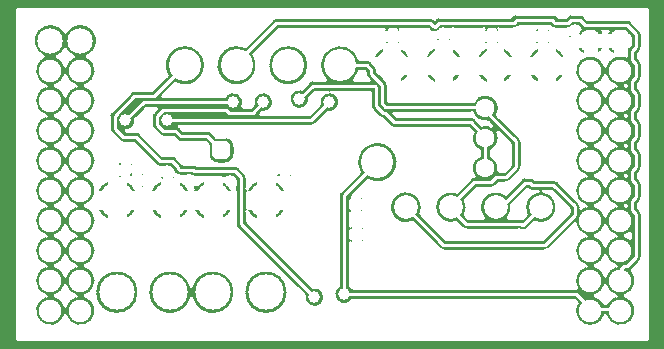
<source format=gbr>
G04 Generated by Ultiboard 13.0 *
%IPNEG*%
%FSLAX25Y25*%
%MOIN*%

%ADD10C,0.00001*%
%ADD11C,0.01000*%
%ADD12C,0.10700*%
%ADD13C,0.07500*%
%ADD14C,0.08500*%
%ADD15C,0.11811*%
%ADD16C,0.03937*%
%ADD17C,0.07874*%
%ADD18R,0.02667X0.02667*%
%ADD19C,0.03333*%
%ADD20C,0.06334*%
%ADD21C,0.06299*%


G04 ColorRGB 0000FF for the following layer *
%LNCopper Bottom*%
%LPD*%
G54D10*
G36*
X214000Y265000D02*
X214000Y265000D01*
X214000Y155000D01*
X424000Y155000D01*
X424000Y265000D01*
X214000Y265000D01*
D02*
G37*
%LPC*%
G36*
X408243Y256230D02*
X408243Y256230D01*
X406230Y256230D01*
X406230Y257740D01*
X403770Y257740D01*
X403770Y256230D01*
X402983Y256230D01*
G74*
D01*
G02X401230Y254757I2982J1770*
G01*
X401230Y254757D01*
X401230Y256362D01*
X400091Y256362D01*
G74*
D01*
G02X400311Y256860I4906J1870*
G01*
G75*
D01*
G02X401177Y258098I-311J1139*
G01*
G74*
D01*
G02X401580Y258483I3822J3598*
G01*
X401580Y258483D01*
X400604Y259459D01*
X399396Y259459D01*
X398987Y259050D01*
G74*
D01*
G02X398282Y258592I1423J1419*
G01*
G75*
D01*
G02X397560Y258459I-719J1876*
G01*
X397560Y258459D01*
X392969Y258459D01*
G75*
D01*
G02X392419Y258535I-3J2010*
G01*
G74*
D01*
G02X391547Y259047I549J1934*
G01*
X391547Y259047D01*
X391136Y259459D01*
X381428Y259459D01*
X381019Y259050D01*
G74*
D01*
G02X380059Y258513I1423J1418*
G01*
G75*
D01*
G02X379594Y258459I-463J1956*
G01*
X379594Y258459D01*
X374446Y258459D01*
G74*
D01*
G02X375243Y257230I2446J2459*
G01*
X375243Y257230D01*
X373230Y257230D01*
X373230Y258459D01*
X370770Y258459D01*
X370770Y257230D01*
X368757Y257230D01*
G74*
D01*
G02X369554Y258459I3243J1230*
G01*
X369554Y258459D01*
X359147Y258459D01*
G74*
D01*
G02X359243Y258230I3148J1454*
G01*
X359243Y258230D01*
X357230Y258230D01*
X357230Y258459D01*
X355396Y258459D01*
X354594Y257657D01*
G75*
D01*
G02X352400Y257222I-1422J1420*
G01*
X352400Y257222D01*
X351764Y257486D01*
G74*
D01*
G02X351110Y257922I766J1857*
G01*
X351110Y257922D01*
X350792Y258240D01*
X341648Y258240D01*
G74*
D01*
G02X342243Y257230I2648J2240*
G01*
X342243Y257230D01*
X340230Y257230D01*
X340230Y258240D01*
X337770Y258240D01*
X337770Y257230D01*
X335757Y257230D01*
G74*
D01*
G02X336352Y258240I3243J1230*
G01*
X336352Y258240D01*
X301082Y258240D01*
X296580Y253738D01*
X296580Y253738D01*
X292827Y249985D01*
G75*
D01*
G02X289747Y252589I-5766J-3696*
G01*
X289747Y252589D01*
X298829Y261671D01*
G74*
D01*
G02X299534Y262128I1421J1420*
G01*
G75*
D01*
G02X300250Y262260I716J-1877*
G01*
X300250Y262260D01*
X351625Y262260D01*
G74*
D01*
G02X352984Y261731I0J2010*
G01*
X352984Y261731D01*
X353142Y261890D01*
G74*
D01*
G02X353668Y262268I1420J1421*
G01*
G75*
D01*
G02X354563Y262478I894J-1799*
G01*
X354563Y262478D01*
X378358Y262478D01*
G75*
D01*
G02X380096Y263478I1737J-1009*
G01*
X380096Y263478D01*
X392469Y263478D01*
G74*
D01*
G02X394206Y262478I0J2009*
G01*
X394206Y262478D01*
X396731Y262478D01*
X397142Y262890D01*
G74*
D01*
G02X398404Y263472I1420J1421*
G01*
G75*
D01*
G02X398563Y263478I155J-2003*
G01*
X398563Y263478D01*
X401434Y263478D01*
G75*
D01*
G02X402161Y263343I3J-2009*
G01*
G74*
D01*
G02X402860Y262887I724J1873*
G01*
X402860Y262887D01*
X403988Y261760D01*
X417173Y261760D01*
G75*
D01*
G02X417580Y261718I-2J-2010*
G01*
G74*
D01*
G02X418598Y261169I404J1968*
G01*
X418598Y261169D01*
X421669Y258098D01*
G74*
D01*
G02X422260Y256675I1418J1423*
G01*
X422260Y256675D01*
X422260Y252325D01*
G75*
D01*
G02X421669Y250902I-2010J1*
G01*
X421669Y250902D01*
X420847Y250080D01*
X420847Y248920D01*
X421668Y248099D01*
G74*
D01*
G02X422260Y246675I1417J1424*
G01*
X422260Y246675D01*
X422260Y242325D01*
G75*
D01*
G02X421669Y240902I-2010J1*
G01*
X421669Y240902D01*
X420847Y240080D01*
X420847Y238920D01*
X421668Y238099D01*
G74*
D01*
G02X422260Y236675I1417J1424*
G01*
X422260Y236675D01*
X422260Y232325D01*
G75*
D01*
G02X421669Y230902I-2010J1*
G01*
X421669Y230902D01*
X420847Y230080D01*
X420847Y228920D01*
X421668Y228099D01*
G74*
D01*
G02X422260Y226675I1417J1424*
G01*
X422260Y226675D01*
X422260Y222325D01*
G75*
D01*
G02X421669Y220902I-2010J1*
G01*
X421669Y220902D01*
X420847Y220080D01*
X420847Y218920D01*
X421668Y218099D01*
G74*
D01*
G02X422260Y216675I1417J1424*
G01*
X422260Y216675D01*
X422260Y212325D01*
G75*
D01*
G02X421669Y210902I-2010J1*
G01*
X421669Y210902D01*
X420847Y210080D01*
X420847Y208920D01*
X421668Y208099D01*
G74*
D01*
G02X422260Y206675I1417J1424*
G01*
X422260Y206675D01*
X422260Y202325D01*
G75*
D01*
G02X421669Y200902I-2010J1*
G01*
X421669Y200902D01*
X420847Y200080D01*
X420847Y198920D01*
X421668Y198099D01*
G74*
D01*
G02X422260Y196675I1417J1424*
G01*
X422260Y196675D01*
X422260Y182325D01*
G75*
D01*
G02X421669Y180902I-2010J1*
G01*
X421669Y180902D01*
X418843Y178077D01*
G75*
D01*
G02X416601Y169500I-3843J-3577*
G01*
G75*
D01*
G02X410000Y162899I-1601J-5000*
G01*
G75*
D01*
G02X400392Y167016I-5000J1602*
G01*
X400392Y167016D01*
X399418Y167990D01*
X325827Y167990D01*
G75*
D01*
G02X320990Y172827I-2824J2013*
G01*
X320990Y172827D01*
X320990Y202995D01*
G75*
D01*
G02X321579Y204421I2010J4*
G01*
X321579Y204421D01*
X327948Y210791D01*
G75*
D01*
G02X330791Y207948I6052J3209*
G01*
X330791Y207948D01*
X325553Y202710D01*
X325553Y201230D01*
X325010Y201230D01*
X325010Y198770D01*
X325553Y198770D01*
X325553Y196757D01*
G74*
D01*
G02X325010Y197019I1230J3243*
G01*
X325010Y197019D01*
X325010Y192818D01*
G74*
D01*
G02X325803Y193243I2021J2818*
G01*
X325803Y193243D01*
X325803Y191230D01*
X325010Y191230D01*
X325010Y188770D01*
X325803Y188770D01*
X325803Y186757D01*
G74*
D01*
G02X325010Y187182I1228J3243*
G01*
X325010Y187182D01*
X325010Y172827D01*
G74*
D01*
G02X325827Y172010I2009J2826*
G01*
X325827Y172010D01*
X400248Y172010D01*
G75*
D01*
G02X400381Y172005I-9J-2010*
G01*
G75*
D01*
G02X403399Y179500I4618J2496*
G01*
G75*
D01*
G02X403399Y189500I1601J5000*
G01*
G74*
D01*
G02X399818Y193658I1601J5000*
G01*
X399818Y193658D01*
X391273Y185113D01*
G74*
D01*
G02X389849Y184522I1423J1418*
G01*
X389849Y184522D01*
X355932Y184522D01*
G75*
D01*
G02X354508Y185110I-4J2009*
G01*
X354508Y185110D01*
X345651Y193967D01*
G75*
D01*
G02X348493Y196809I-2151J4993*
G01*
X348493Y196809D01*
X356762Y188541D01*
X389017Y188541D01*
X397740Y197265D01*
X397740Y198452D01*
X391869Y204323D01*
X389396Y204323D01*
G75*
D01*
G02X386349Y193967I-904J-5360*
G01*
X386349Y193967D01*
X384012Y191631D01*
G75*
D01*
G02X381818Y191197I-1421J1420*
G01*
X381818Y191197D01*
X381566Y191301D01*
G74*
D01*
G02X381178Y191514I767J1858*
G01*
X381178Y191514D01*
X363476Y191514D01*
G75*
D01*
G02X363036Y191563I1J2010*
G01*
G74*
D01*
G02X362055Y192103I440J1960*
G01*
X362055Y192103D01*
X360320Y193837D01*
G75*
D01*
G02X360262Y204104I-1820J5123*
G01*
X360262Y204104D01*
X364929Y208771D01*
G74*
D01*
G02X365950Y209320I1421J1420*
G01*
G74*
D01*
G02X366141Y209349I397J1970*
G01*
G75*
D01*
G02X367990Y216211I3819J2651*
G01*
X367990Y216211D01*
X367990Y217788D01*
G75*
D01*
G02X365736Y223942I1971J4212*
G01*
X365736Y223942D01*
X364337Y225341D01*
X339654Y225341D01*
G75*
D01*
G02X339327Y225367I-5J2009*
G01*
G74*
D01*
G02X338232Y225929I326J1982*
G01*
X338232Y225929D01*
X335633Y228529D01*
G74*
D01*
G02X335047Y228667I162J2001*
G01*
G74*
D01*
G02X334376Y229110I749J1864*
G01*
X334376Y229110D01*
X332110Y231376D01*
G75*
D01*
G02X331522Y232801I1421J1420*
G01*
X331522Y232801D01*
X331522Y237428D01*
X318528Y237428D01*
G75*
D01*
G02X317422Y230580I-553J-3424*
G01*
X317422Y230580D01*
X313737Y226895D01*
X313329Y226487D01*
G74*
D01*
G02X311906Y225896I1423J1418*
G01*
X311906Y225896D01*
X268029Y225896D01*
G74*
D01*
G02X268070Y225856I1383J1459*
G01*
X268070Y225856D01*
X269249Y224677D01*
X277330Y224677D01*
G75*
D01*
G02X278059Y224541I2J-2010*
G01*
G74*
D01*
G02X278756Y224086I726J1873*
G01*
X278756Y224086D01*
X280343Y222499D01*
G75*
D01*
G02X280667Y222515I319J-3166*
G01*
X280667Y222515D01*
X283334Y222515D01*
G74*
D01*
G02X286515Y219333I1J3182*
G01*
X286515Y219333D01*
X286515Y216667D01*
G75*
D01*
G02X283334Y213485I-3181J-1*
G01*
X283334Y213485D01*
X280667Y213485D01*
G75*
D01*
G02X277485Y216667I0J3182*
G01*
X277485Y216667D01*
X277485Y219333D01*
G74*
D01*
G02X277501Y219657I3182J5*
G01*
X277501Y219657D01*
X276501Y220657D01*
X268417Y220657D01*
G75*
D01*
G02X267922Y220719I0J2010*
G01*
G74*
D01*
G02X266995Y221246I494J1947*
G01*
X266995Y221246D01*
X265814Y222427D01*
X262563Y222427D01*
G75*
D01*
G02X262261Y222450I1J2010*
G01*
G74*
D01*
G02X261142Y223016I302J1986*
G01*
X261142Y223016D01*
X259110Y225048D01*
G75*
D01*
G02X258522Y226474I1421J1420*
G01*
X258522Y226474D01*
X258522Y229339D01*
G75*
D01*
G02X259110Y230763I2009J4*
G01*
X259110Y230763D01*
X260337Y231990D01*
X256927Y231990D01*
X253420Y228483D01*
G75*
D01*
G02X250259Y224447I-3420J-578*
G01*
X250259Y224447D01*
X253469Y224447D01*
G74*
D01*
G02X254892Y223856I1J2010*
G01*
X254892Y223856D01*
X262269Y216478D01*
X265437Y216478D01*
G74*
D01*
G02X266860Y215887I0J2009*
G01*
X266860Y215887D01*
X268887Y213860D01*
G74*
D01*
G02X269187Y213478I1418J1422*
G01*
X269187Y213478D01*
X272437Y213478D01*
G74*
D01*
G02X273631Y213084I1J2009*
G01*
X273631Y213084D01*
X286437Y213084D01*
G74*
D01*
G02X287860Y212493I0J2009*
G01*
X287860Y212493D01*
X289887Y210466D01*
G74*
D01*
G02X290478Y209043I1417J1423*
G01*
X290478Y209043D01*
X290478Y205114D01*
G74*
D01*
G02X294232Y208279I6380J3759*
G01*
X294232Y208279D01*
X294232Y203980D01*
X290478Y203980D01*
X290478Y198728D01*
X294232Y198728D01*
X294232Y194430D01*
G74*
D01*
G02X290478Y197595I2626J6924*
G01*
X290478Y197595D01*
X290478Y194364D01*
X312422Y172420D01*
G75*
D01*
G02X309580Y169578I578J-3420*
G01*
X309580Y169578D01*
X287047Y192110D01*
G75*
D01*
G02X286459Y193535I1422J1421*
G01*
X286459Y193535D01*
X286459Y204460D01*
G74*
D01*
G02X286230Y204363I1466J3142*
G01*
X286230Y204363D01*
X286230Y206376D01*
X286459Y206376D01*
X286459Y208211D01*
X285604Y209065D01*
X283770Y209065D01*
X283770Y208836D01*
X281757Y208836D01*
G74*
D01*
G02X281853Y209065I3244J1225*
G01*
X281853Y209065D01*
X272832Y209065D01*
G75*
D01*
G02X271636Y209459I-1J2010*
G01*
X271636Y209459D01*
X269770Y209459D01*
X269770Y209230D01*
X267757Y209230D01*
G74*
D01*
G02X267854Y209461I3244J1226*
G01*
G74*
D01*
G02X267179Y209614I100J2008*
G01*
G74*
D01*
G02X265230Y207757I3179J1385*
G01*
X265230Y207757D01*
X265230Y209770D01*
X266878Y209770D01*
G74*
D01*
G02X266532Y210047I1076J1698*
G01*
X266532Y210047D01*
X266047Y210532D01*
G74*
D01*
G02X265496Y211567I1421J1420*
G01*
X265496Y211567D01*
X264604Y212459D01*
X262770Y212459D01*
X262770Y212230D01*
X260757Y212230D01*
G74*
D01*
G02X260890Y212535I3242J1232*
G01*
G74*
D01*
G02X260016Y213047I546J1933*
G01*
X260016Y213047D01*
X252636Y220427D01*
X249264Y220427D01*
G75*
D01*
G02X247841Y221016I-1J2010*
G01*
X247841Y221016D01*
X245110Y223746D01*
G75*
D01*
G02X244522Y225170I1421J1420*
G01*
X244522Y225170D01*
X244522Y229493D01*
G75*
D01*
G02X245110Y230919I2009J6*
G01*
X245110Y230919D01*
X251613Y237421D01*
G74*
D01*
G02X252486Y237933I1420J1421*
G01*
G75*
D01*
G02X253034Y238010I551J-1932*
G01*
X253034Y238010D01*
X258704Y238010D01*
X263772Y243078D01*
G75*
D01*
G02X266615Y240236I6051J3210*
G01*
X266615Y240236D01*
X262388Y236010D01*
X283126Y236010D01*
G75*
D01*
G02X289100Y232541I2831J-2003*
G01*
X289100Y232541D01*
X291699Y232541D01*
X292580Y233422D01*
G75*
D01*
G02X295422Y230580I3420J578*
G01*
X295422Y230580D01*
X294757Y229915D01*
X311073Y229915D01*
X314580Y233422D01*
G75*
D01*
G02X317472Y237428I3419J578*
G01*
X317472Y237428D01*
X313270Y237428D01*
X311420Y235578D01*
G75*
D01*
G02X308578Y238420I-3420J-578*
G01*
X308578Y238420D01*
X311017Y240859D01*
G74*
D01*
G02X311773Y241334I1420J1421*
G01*
G75*
D01*
G02X312438Y241447I664J-1896*
G01*
X312438Y241447D01*
X316688Y241447D01*
G75*
D01*
G02X328084Y248297I4848J4840*
G01*
X328084Y248297D01*
X330503Y248297D01*
G74*
D01*
G02X331928Y247705I1J2009*
G01*
X331928Y247705D01*
X333340Y246294D01*
G74*
D01*
G02X333932Y244869I1418J1425*
G01*
X333932Y244869D01*
X333932Y244283D01*
X334356Y243859D01*
X336343Y243859D01*
X336343Y241872D01*
X336950Y241264D01*
G74*
D01*
G02X337541Y239841I1418J1423*
G01*
X337541Y239841D01*
X337541Y234541D01*
X366067Y234541D01*
G75*
D01*
G02X374052Y229790I3904J-2525*
G01*
X374052Y229790D01*
X381515Y222327D01*
G74*
D01*
G02X382106Y220904I1418J1423*
G01*
X382106Y220904D01*
X382106Y212361D01*
G75*
D01*
G02X381515Y210938I-2010J1*
G01*
X381515Y210938D01*
X378321Y207744D01*
G74*
D01*
G02X377075Y207161I1423J1418*
G01*
G75*
D01*
G02X376896Y207153I-179J2001*
G01*
X376896Y207153D01*
X374532Y207153D01*
X373310Y205932D01*
G74*
D01*
G02X372719Y205521I1423J1416*
G01*
G75*
D01*
G02X371883Y205341I-831J1829*
G01*
X371883Y205341D01*
X367183Y205341D01*
X363319Y201477D01*
G75*
D01*
G02X363346Y196496I-4818J-2517*
G01*
X363346Y196496D01*
X364309Y195533D01*
X369279Y195533D01*
G75*
D01*
G02X376591Y203433I4221J3427*
G01*
X376591Y203433D01*
X381740Y208582D01*
G74*
D01*
G02X382600Y209092I1423J1419*
G01*
G75*
D01*
G02X383165Y209173I565J-1928*
G01*
X383165Y209173D01*
X384819Y209173D01*
G75*
D01*
G02X386244Y208584I3J-2010*
G01*
X386244Y208584D01*
X386485Y208343D01*
X392701Y208343D01*
G74*
D01*
G02X394126Y207751I0J2010*
G01*
X394126Y207751D01*
X401168Y200709D01*
G74*
D01*
G02X401760Y199284I1418J1425*
G01*
X401760Y199284D01*
X401760Y198631D01*
G74*
D01*
G02X403399Y199500I3240J4131*
G01*
G75*
D01*
G02X403399Y209500I1601J5000*
G01*
G75*
D01*
G02X403399Y219500I1601J5000*
G01*
G75*
D01*
G02X403399Y229500I1601J5000*
G01*
G75*
D01*
G02X403399Y239500I1601J5000*
G01*
G75*
D01*
G02X410000Y246101I1601J5000*
G01*
G75*
D01*
G02X416828Y249422I5000J-1601*
G01*
X416828Y249422D01*
X416828Y250908D01*
G75*
D01*
G02X416862Y251281I2009J5*
G01*
X416862Y251281D01*
X416862Y252638D01*
X417721Y252638D01*
X418240Y253158D01*
X418240Y255842D01*
X417721Y256362D01*
X416862Y256362D01*
X416862Y257221D01*
X416342Y257740D01*
X413138Y257740D01*
X413138Y256362D01*
X410091Y256362D01*
G74*
D01*
G02X410869Y257740I4908J1863*
G01*
X410869Y257740D01*
X409131Y257740D01*
G74*
D01*
G02X409909Y256362I4130J3241*
G01*
X409909Y256362D01*
X408190Y256362D01*
G74*
D01*
G02X408243Y256230I3191J1358*
G01*
D02*
G37*
G36*
X413151Y253738D02*
G75*
D01*
G02X413151Y253738I1849J762*
G01*
D02*
G37*
G36*
X407540Y252638D02*
X407540Y252638D01*
X409909Y252638D01*
G74*
D01*
G02X406862Y249591I4909J1862*
G01*
X406862Y249591D01*
X406862Y252073D01*
G74*
D01*
G02X406230Y251757I1859J2929*
G01*
X406230Y251757D01*
X406230Y252923D01*
G75*
D01*
G02X403770Y252923I-1230J1576*
G01*
X403770Y252923D01*
X403770Y251757D01*
G74*
D01*
G02X403138Y252073I1227J3244*
G01*
X403138Y252073D01*
X403138Y249591D01*
G74*
D01*
G02X400091Y252638I1862J4909*
G01*
X400091Y252638D01*
X402460Y252638D01*
G74*
D01*
G02X401757Y253770I2540J2362*
G01*
X401757Y253770D01*
X403138Y253770D01*
G75*
D01*
G02X406862Y253770I1862J727*
G01*
X406862Y253770D01*
X408243Y253770D01*
G74*
D01*
G02X407540Y252638I3243J1230*
G01*
D02*
G37*
G36*
X340230Y252757D02*
X340230Y252757D01*
X340230Y254770D01*
X342243Y254770D01*
G74*
D01*
G02X340230Y252757I3243J1230*
G01*
D02*
G37*
G36*
X370770Y252757D02*
G74*
D01*
G02X368757Y254770I1230J3243*
G01*
X368757Y254770D01*
X370770Y254770D01*
X370770Y252757D01*
D02*
G37*
G36*
X373230Y252757D02*
X373230Y252757D01*
X373230Y254770D01*
X375243Y254770D01*
G74*
D01*
G02X373230Y252757I3243J1230*
G01*
D02*
G37*
G36*
X387770Y252757D02*
G74*
D01*
G02X385757Y254770I1230J3243*
G01*
X385757Y254770D01*
X387770Y254770D01*
X387770Y252757D01*
D02*
G37*
G36*
X390230Y252757D02*
X390230Y252757D01*
X390230Y254770D01*
X392243Y254770D01*
G74*
D01*
G02X390230Y252757I3243J1230*
G01*
D02*
G37*
G36*
X337770Y252757D02*
G74*
D01*
G02X335757Y254770I1230J3243*
G01*
X335757Y254770D01*
X337770Y254770D01*
X337770Y252757D01*
D02*
G37*
G36*
X237288Y249225D02*
G75*
D01*
G02X236601Y239500I-2285J-4725*
G01*
G75*
D01*
G02X236601Y229500I-1601J-5000*
G01*
G75*
D01*
G02X236601Y219500I-1601J-5000*
G01*
G75*
D01*
G02X236601Y209500I-1601J-5000*
G01*
G75*
D01*
G02X240227Y204004I-1601J-5000*
G01*
G74*
D01*
G02X244516Y208279I6915J2649*
G01*
X244516Y208279D01*
X244516Y203980D01*
X240224Y203980D01*
G74*
D01*
G02X236601Y199500I5223J519*
G01*
G75*
D01*
G02X236601Y189500I-1601J-5000*
G01*
G75*
D01*
G02X236601Y179500I-1601J-5000*
G01*
G75*
D01*
G02X236601Y169500I-1601J-5000*
G01*
G75*
D01*
G02X230000Y162899I-1601J-5000*
G01*
G75*
D01*
G02X223399Y169500I-5000J1601*
G01*
G75*
D01*
G02X223399Y179500I1601J5000*
G01*
G75*
D01*
G02X223399Y189500I1601J5000*
G01*
G75*
D01*
G02X223399Y199500I1601J5000*
G01*
G75*
D01*
G02X223399Y209500I1601J5000*
G01*
G75*
D01*
G02X223399Y219500I1601J5000*
G01*
G75*
D01*
G02X223399Y229500I1601J5000*
G01*
G75*
D01*
G02X223399Y239500I1601J5000*
G01*
G75*
D01*
G02X222712Y249225I1601J5000*
G01*
G75*
D01*
G02X230000Y257339I2290J5273*
G01*
G75*
D01*
G02X237288Y249225I4998J-2841*
G01*
D02*
G37*
G36*
X313738Y222331D02*
G75*
D01*
G02X313738Y222331I-1738J-4331*
G01*
D02*
G37*
G36*
X413138Y249591D02*
G74*
D01*
G02X410091Y252638I1862J4909*
G01*
X410091Y252638D01*
X413138Y252638D01*
X413138Y249591D01*
D02*
G37*
G36*
X337819Y256000D02*
G75*
D01*
G02X337819Y256000I1181J0*
G01*
D02*
G37*
G36*
X354770Y253757D02*
G74*
D01*
G02X352757Y255770I1230J3243*
G01*
X352757Y255770D01*
X354770Y255770D01*
X354770Y253757D01*
D02*
G37*
G36*
X359243Y255770D02*
G74*
D01*
G02X357230Y253757I3243J1230*
G01*
X357230Y253757D01*
X357230Y255770D01*
X359243Y255770D01*
D02*
G37*
G36*
X354819Y257000D02*
G75*
D01*
G02X354819Y257000I1181J0*
G01*
D02*
G37*
G36*
X370819Y256000D02*
G75*
D01*
G02X370819Y256000I1181J0*
G01*
D02*
G37*
G36*
X385757Y257230D02*
G74*
D01*
G02X387770Y259243I3243J1230*
G01*
X387770Y259243D01*
X387770Y257230D01*
X385757Y257230D01*
D02*
G37*
G36*
X390230Y259243D02*
G74*
D01*
G02X392243Y257230I1230J3243*
G01*
X392243Y257230D01*
X390230Y257230D01*
X390230Y259243D01*
D02*
G37*
G36*
X387819Y256000D02*
G75*
D01*
G02X387819Y256000I1181J0*
G01*
D02*
G37*
G36*
X398770Y254757D02*
G74*
D01*
G02X396757Y256770I1230J3243*
G01*
X396757Y256770D01*
X398770Y256770D01*
X398770Y254757D01*
D02*
G37*
G36*
X303783Y198728D02*
G74*
D01*
G02X299484Y194430I6924J2627*
G01*
X299484Y194430D01*
X299484Y198728D01*
X303783Y198728D01*
D02*
G37*
G36*
X299484Y208279D02*
G74*
D01*
G02X303783Y203980I2626J6925*
G01*
X303783Y203980D01*
X299484Y203980D01*
X299484Y208279D01*
D02*
G37*
G36*
X301819Y207748D02*
G75*
D01*
G02X301819Y207748I1181J0*
G01*
D02*
G37*
G36*
X304230Y210991D02*
G74*
D01*
G02X306243Y208978I1230J3243*
G01*
X306243Y208978D01*
X304230Y208978D01*
X304230Y210991D01*
D02*
G37*
G36*
X299757Y208978D02*
G74*
D01*
G02X301770Y210991I3243J1230*
G01*
X301770Y210991D01*
X301770Y208978D01*
X299757Y208978D01*
D02*
G37*
G36*
X306243Y206518D02*
G74*
D01*
G02X304230Y204505I3243J1230*
G01*
X304230Y204505D01*
X304230Y206518D01*
X306243Y206518D01*
D02*
G37*
G36*
X294890Y201354D02*
G75*
D01*
G02X294890Y201354I1968J0*
G01*
D02*
G37*
G36*
X335622Y246288D02*
G75*
D01*
G02X335622Y246288I3150J0*
G01*
D02*
G37*
G36*
X341201Y252693D02*
G74*
D01*
G02X345177Y248717I2429J6405*
G01*
X345177Y248717D01*
X341201Y248717D01*
X341201Y252693D01*
D02*
G37*
G36*
X332367Y248717D02*
G74*
D01*
G02X336343Y252693I6405J2429*
G01*
X336343Y252693D01*
X336343Y248717D01*
X332367Y248717D01*
D02*
G37*
G36*
X345177Y243859D02*
G74*
D01*
G02X341201Y239883I6405J2429*
G01*
X341201Y239883D01*
X341201Y243859D01*
X345177Y243859D01*
D02*
G37*
G36*
X384078Y248717D02*
G74*
D01*
G02X388054Y252693I6405J2429*
G01*
X388054Y252693D01*
X388054Y248717D01*
X384078Y248717D01*
D02*
G37*
G36*
X388054Y239883D02*
G74*
D01*
G02X384078Y243859I2429J6405*
G01*
X384078Y243859D01*
X388054Y243859D01*
X388054Y239883D01*
D02*
G37*
G36*
X396888Y243859D02*
G74*
D01*
G02X392912Y239883I6405J2429*
G01*
X392912Y239883D01*
X392912Y243859D01*
X396888Y243859D01*
D02*
G37*
G36*
X387333Y246288D02*
G75*
D01*
G02X387333Y246288I3150J0*
G01*
D02*
G37*
G36*
X392912Y252693D02*
G74*
D01*
G02X396888Y248717I2429J6405*
G01*
X396888Y248717D01*
X392912Y248717D01*
X392912Y252693D01*
D02*
G37*
G36*
X366841Y248717D02*
G74*
D01*
G02X370817Y252693I6405J2429*
G01*
X370817Y252693D01*
X370817Y248717D01*
X366841Y248717D01*
D02*
G37*
G36*
X370817Y239883D02*
G74*
D01*
G02X366841Y243859I2429J6405*
G01*
X366841Y243859D01*
X370817Y243859D01*
X370817Y239883D01*
D02*
G37*
G36*
X379651Y243859D02*
G74*
D01*
G02X375675Y239883I6405J2429*
G01*
X375675Y239883D01*
X375675Y243859D01*
X379651Y243859D01*
D02*
G37*
G36*
X370096Y246288D02*
G75*
D01*
G02X370096Y246288I3150J0*
G01*
D02*
G37*
G36*
X375675Y252693D02*
G74*
D01*
G02X379651Y248717I2429J6405*
G01*
X379651Y248717D01*
X375675Y248717D01*
X375675Y252693D01*
D02*
G37*
G36*
X349604Y248717D02*
G74*
D01*
G02X353580Y252693I6405J2429*
G01*
X353580Y252693D01*
X353580Y248717D01*
X349604Y248717D01*
D02*
G37*
G36*
X362414Y243859D02*
G74*
D01*
G02X358438Y239883I6405J2429*
G01*
X358438Y239883D01*
X358438Y243859D01*
X362414Y243859D01*
D02*
G37*
G36*
X353580Y239883D02*
G74*
D01*
G02X349604Y243859I2429J6405*
G01*
X349604Y243859D01*
X353580Y243859D01*
X353580Y239883D01*
D02*
G37*
G36*
X352859Y246288D02*
G75*
D01*
G02X352859Y246288I3150J0*
G01*
D02*
G37*
G36*
X358438Y252693D02*
G74*
D01*
G02X362414Y248717I2429J6405*
G01*
X362414Y248717D01*
X358438Y248717D01*
X358438Y252693D01*
D02*
G37*
G36*
X325601Y200000D02*
G75*
D01*
G02X325601Y200000I1181J0*
G01*
D02*
G37*
G36*
X328012Y203243D02*
G74*
D01*
G02X330026Y201230I1229J3243*
G01*
X330026Y201230D01*
X328012Y201230D01*
X328012Y203243D01*
D02*
G37*
G36*
X328262Y193243D02*
G74*
D01*
G02X330276Y191230I1229J3243*
G01*
X330276Y191230D01*
X328262Y191230D01*
X328262Y193243D01*
D02*
G37*
G36*
X330026Y198770D02*
G74*
D01*
G02X328012Y196757I3243J1231*
G01*
X328012Y196757D01*
X328012Y198770D01*
X330026Y198770D01*
D02*
G37*
G36*
X330276Y188770D02*
G74*
D01*
G02X328262Y186757I3243J1231*
G01*
X328262Y186757D01*
X328262Y188770D01*
X330276Y188770D01*
D02*
G37*
G36*
X325851Y190000D02*
G75*
D01*
G02X325851Y190000I1181J0*
G01*
D02*
G37*
G36*
X239736Y170646D02*
G75*
D01*
G02X239736Y170646I7406J0*
G01*
D02*
G37*
G36*
X244516Y194430D02*
G74*
D01*
G02X240217Y198728I2625J6924*
G01*
X240217Y198728D01*
X244516Y198728D01*
X244516Y194430D01*
D02*
G37*
G36*
X289453Y170646D02*
G75*
D01*
G02X289453Y170646I7405J0*
G01*
D02*
G37*
G36*
X272000Y172605D02*
G75*
D01*
G02X272000Y168687I7141J-1959*
G01*
G75*
D01*
G02X272000Y172605I-7141J1959*
G01*
D02*
G37*
G36*
X281768Y208279D02*
G74*
D01*
G02X284061Y206890I2627J6924*
G01*
G75*
D01*
G02X284346Y206623I938J716*
G01*
G74*
D01*
G02X286066Y203980I5204J5268*
G01*
X286066Y203980D01*
X281768Y203980D01*
X281768Y206348D01*
G74*
D01*
G02X281757Y206376I3222J1282*
G01*
X281757Y206376D01*
X281768Y206376D01*
X281768Y208279D01*
D02*
G37*
G36*
X269819Y208000D02*
G75*
D01*
G02X269819Y208000I1181J0*
G01*
D02*
G37*
G36*
X262819Y211000D02*
G75*
D01*
G02X262819Y211000I1181J0*
G01*
D02*
G37*
G36*
X251230Y214637D02*
G74*
D01*
G02X253243Y212624I1230J3243*
G01*
X253243Y212624D01*
X251230Y212624D01*
X251230Y214637D01*
D02*
G37*
G36*
X267484Y208279D02*
G74*
D01*
G02X271783Y203980I2626J6925*
G01*
X271783Y203980D01*
X267484Y203980D01*
X267484Y208279D01*
D02*
G37*
G36*
X297448Y246288D02*
G75*
D01*
G02X297448Y246288I6850J0*
G01*
D02*
G37*
G36*
X246757Y212624D02*
G74*
D01*
G02X248770Y214637I3243J1230*
G01*
X248770Y214637D01*
X248770Y212624D01*
X246757Y212624D01*
D02*
G37*
G36*
X274091Y206770D02*
G74*
D01*
G02X276516Y208279I5051J5415*
G01*
X276516Y208279D01*
X276516Y203980D01*
X272217Y203980D01*
G74*
D01*
G02X272675Y204963I6924J2628*
G01*
G74*
D01*
G02X272230Y204757I1676J3036*
G01*
X272230Y204757D01*
X272230Y206770D01*
X274091Y206770D01*
D02*
G37*
G36*
X262232Y208016D02*
X262232Y208016D01*
X262232Y203980D01*
X257934Y203980D01*
G74*
D01*
G02X261982Y208179I6924J2625*
G01*
G74*
D01*
G02X260757Y209770I2018J2821*
G01*
X260757Y209770D01*
X262770Y209770D01*
X262770Y207757D01*
G74*
D01*
G02X262232Y208016I1230J3243*
G01*
D02*
G37*
G36*
X252557Y206405D02*
G74*
D01*
G02X254066Y203980I5415J5051*
G01*
X254066Y203980D01*
X249768Y203980D01*
X249768Y208279D01*
G74*
D01*
G02X252193Y206770I2627J6924*
G01*
X252193Y206770D01*
X252557Y206770D01*
X252557Y206405D01*
D02*
G37*
G36*
X248819Y211394D02*
G75*
D01*
G02X248819Y211394I1181J0*
G01*
D02*
G37*
G36*
X250544Y209230D02*
G74*
D01*
G02X252557Y211243I3243J1230*
G01*
X252557Y211243D01*
X252557Y210164D01*
X253243Y210164D01*
G74*
D01*
G02X251230Y208151I3243J1230*
G01*
X251230Y208151D01*
X251230Y209230D01*
X250544Y209230D01*
D02*
G37*
G36*
X252606Y208000D02*
G75*
D01*
G02X252606Y208000I1181J0*
G01*
D02*
G37*
G36*
X257031Y206770D02*
G74*
D01*
G02X255017Y204757I3243J1231*
G01*
X255017Y204757D01*
X255017Y206770D01*
X257031Y206770D01*
D02*
G37*
G36*
X255017Y211243D02*
G74*
D01*
G02X257031Y209230I1229J3243*
G01*
X257031Y209230D01*
X255017Y209230D01*
X255017Y211243D01*
D02*
G37*
G36*
X248770Y208151D02*
G74*
D01*
G02X246757Y210164I1230J3243*
G01*
X246757Y210164D01*
X248770Y210164D01*
X248770Y208151D01*
D02*
G37*
G36*
X277173Y201354D02*
G75*
D01*
G02X277173Y201354I1969J0*
G01*
D02*
G37*
G36*
X262890Y201354D02*
G75*
D01*
G02X262890Y201354I1968J0*
G01*
D02*
G37*
G36*
X245173Y201354D02*
G75*
D01*
G02X245173Y201354I1969J0*
G01*
D02*
G37*
G36*
X286066Y198728D02*
G74*
D01*
G02X281768Y194430I6924J2626*
G01*
X281768Y194430D01*
X281768Y198728D01*
X286066Y198728D01*
D02*
G37*
G36*
X276516Y194430D02*
G74*
D01*
G02X272217Y198728I2625J6924*
G01*
X272217Y198728D01*
X276516Y198728D01*
X276516Y194430D01*
D02*
G37*
G36*
X271783Y198728D02*
G74*
D01*
G02X267484Y194430I6924J2627*
G01*
X267484Y194430D01*
X267484Y198728D01*
X271783Y198728D01*
D02*
G37*
G36*
X262232Y194430D02*
G74*
D01*
G02X257934Y198728I2626J6924*
G01*
X257934Y198728D01*
X262232Y198728D01*
X262232Y194430D01*
D02*
G37*
G36*
X254066Y198728D02*
G74*
D01*
G02X249768Y194430I6924J2626*
G01*
X249768Y194430D01*
X249768Y198728D01*
X254066Y198728D01*
D02*
G37*
%LPD*%
G36*
X370741Y227416D02*
X370741Y227416D01*
X371960Y226198D01*
G75*
D01*
G03X368847Y226514I-1999J-4197*
G01*
X368847Y226514D01*
X366593Y228769D01*
G74*
D01*
G03X365930Y229210I1423J1420*
G01*
G75*
D01*
G03X365166Y229360I-762J-1859*
G01*
X365166Y229360D01*
X340486Y229360D01*
X339324Y230522D01*
X365552Y230522D01*
G75*
D01*
G03X370741Y227416I4409J1478*
G01*
D02*
G37*
G36*
X377721Y195533D02*
G75*
D01*
G03X378838Y199996I-4220J3428*
G01*
X378838Y199996D01*
X383993Y205151D01*
X384232Y204912D01*
G74*
D01*
G03X385024Y204424I1421J1420*
G01*
G75*
D01*
G03X385653Y204323I629J1908*
G01*
X385653Y204323D01*
X387604Y204323D01*
G75*
D01*
G03X383507Y196809I895J-5362*
G01*
X383507Y196809D01*
X382215Y195518D01*
G74*
D01*
G03X382056Y195531I243J1994*
G01*
G75*
D01*
G03X381967Y195533I-90J-2006*
G01*
X381967Y195533D01*
X377721Y195533D01*
D02*
G37*
G36*
X374158Y224000D02*
X374158Y224000D01*
X378086Y220071D01*
X378086Y213194D01*
X376065Y211173D01*
X374536Y211173D01*
G75*
D01*
G03X372010Y216174I-4575J828*
G01*
X372010Y216174D01*
X372010Y217826D01*
G75*
D01*
G03X374158Y224000I-2048J4173*
G01*
D02*
G37*
G36*
X226601Y169500D02*
G74*
D01*
G02X230000Y166101I1601J5000*
G01*
G74*
D01*
G02X233399Y169500I5000J1601*
G01*
G74*
D01*
G02X230000Y172899I1601J5000*
G01*
G74*
D01*
G02X226601Y169500I5000J1601*
G01*
D02*
G37*
G36*
X226601Y179500D02*
G74*
D01*
G02X230000Y176101I1601J5000*
G01*
G74*
D01*
G02X233399Y179500I5000J1601*
G01*
G74*
D01*
G02X230000Y182899I1601J5000*
G01*
G74*
D01*
G02X226601Y179500I5000J1601*
G01*
D02*
G37*
G36*
X226601Y189500D02*
G74*
D01*
G02X230000Y186101I1601J5000*
G01*
G74*
D01*
G02X233399Y189500I5000J1601*
G01*
G74*
D01*
G02X230000Y192899I1601J5000*
G01*
G74*
D01*
G02X226601Y189500I5000J1601*
G01*
D02*
G37*
G36*
X226601Y199500D02*
G74*
D01*
G02X230000Y196101I1601J5000*
G01*
G74*
D01*
G02X233399Y199500I5000J1601*
G01*
G74*
D01*
G02X230000Y202899I1601J5000*
G01*
G74*
D01*
G02X226601Y199500I5000J1601*
G01*
D02*
G37*
G36*
X226601Y209500D02*
G74*
D01*
G02X230000Y206101I1601J5000*
G01*
G74*
D01*
G02X233399Y209500I5000J1601*
G01*
G74*
D01*
G02X230000Y212899I1601J5000*
G01*
G74*
D01*
G02X226601Y209500I5000J1601*
G01*
D02*
G37*
G36*
X226601Y219500D02*
G74*
D01*
G02X230000Y216101I1601J5000*
G01*
G74*
D01*
G02X233399Y219500I5000J1601*
G01*
G74*
D01*
G02X230000Y222899I1601J5000*
G01*
G74*
D01*
G02X226601Y219500I5000J1601*
G01*
D02*
G37*
G36*
X226601Y229500D02*
G74*
D01*
G02X230000Y226101I1601J5000*
G01*
G74*
D01*
G02X233399Y229500I5000J1601*
G01*
G74*
D01*
G02X230000Y232899I1601J5000*
G01*
G74*
D01*
G02X226601Y229500I5000J1601*
G01*
D02*
G37*
G36*
X226601Y239500D02*
G74*
D01*
G02X230000Y236101I1601J5000*
G01*
G74*
D01*
G02X233399Y239500I5000J1601*
G01*
G74*
D01*
G02X230000Y242899I1601J5000*
G01*
G74*
D01*
G02X226601Y239500I5000J1601*
G01*
D02*
G37*
G36*
X410000Y176101D02*
G74*
D01*
G03X406601Y179500I5000J1601*
G01*
G74*
D01*
G03X410000Y182899I1601J5000*
G01*
G74*
D01*
G03X413399Y179500I5000J1601*
G01*
G74*
D01*
G03X410000Y176101I1601J5000*
G01*
D02*
G37*
G36*
X410000Y186101D02*
G74*
D01*
G03X406601Y189500I5000J1601*
G01*
G74*
D01*
G03X410000Y192899I1601J5000*
G01*
G74*
D01*
G03X413399Y189500I5000J1601*
G01*
G74*
D01*
G03X410000Y186101I1601J5000*
G01*
D02*
G37*
G36*
X410000Y196101D02*
G74*
D01*
G03X406601Y199500I5000J1601*
G01*
G74*
D01*
G03X410000Y202899I1601J5000*
G01*
G74*
D01*
G03X413399Y199500I5000J1601*
G01*
G74*
D01*
G03X410000Y196101I1601J5000*
G01*
D02*
G37*
G36*
X410000Y206101D02*
G74*
D01*
G03X406601Y209500I5000J1601*
G01*
G74*
D01*
G03X410000Y212899I1601J5000*
G01*
G74*
D01*
G03X413399Y209500I5000J1601*
G01*
G74*
D01*
G03X410000Y206101I1601J5000*
G01*
D02*
G37*
G36*
X410000Y216101D02*
G74*
D01*
G03X406601Y219500I5000J1601*
G01*
G74*
D01*
G03X410000Y222899I1601J5000*
G01*
G74*
D01*
G03X413399Y219500I5000J1601*
G01*
G74*
D01*
G03X410000Y216101I1601J5000*
G01*
D02*
G37*
G36*
X410000Y226101D02*
G74*
D01*
G03X406601Y229500I5000J1601*
G01*
G74*
D01*
G03X410000Y232899I1601J5000*
G01*
G74*
D01*
G03X413399Y229500I5000J1601*
G01*
G74*
D01*
G03X410000Y226101I1601J5000*
G01*
D02*
G37*
G36*
X410000Y236101D02*
G74*
D01*
G03X406601Y239500I5000J1601*
G01*
G74*
D01*
G03X410000Y242899I1601J5000*
G01*
G74*
D01*
G03X413399Y239500I5000J1601*
G01*
G74*
D01*
G03X410000Y236101I1601J5000*
G01*
D02*
G37*
G36*
X409611Y167010D02*
G74*
D01*
G03X406601Y169500I4611J2509*
G01*
G74*
D01*
G03X410000Y172899I1601J5000*
G01*
G74*
D01*
G03X413399Y169500I5000J1601*
G01*
G74*
D01*
G03X410389Y167010I1601J5000*
G01*
X410389Y167010D01*
X409611Y167010D01*
D02*
G37*
G36*
X230000Y251661D02*
G74*
D01*
G02X227288Y249225I4999J2838*
G01*
G74*
D01*
G02X230000Y246101I2287J4725*
G01*
G74*
D01*
G02X232712Y249225I5000J1601*
G01*
G74*
D01*
G02X230000Y251661I2287J5274*
G01*
D02*
G37*
G36*
X329912Y243454D02*
G75*
D01*
G03X330501Y242029I2010J-3*
G01*
X330501Y242029D01*
X331083Y241447D01*
X326382Y241447D01*
G74*
D01*
G03X328084Y244278I4847J4841*
G01*
X328084Y244278D01*
X329671Y244278D01*
X329912Y244037D01*
X329912Y243454D01*
D02*
G37*
G36*
X418240Y188631D02*
G74*
D01*
G03X416601Y189500I3240J4131*
G01*
G74*
D01*
G03X418240Y190369I1601J5000*
G01*
X418240Y190369D01*
X418240Y188631D01*
D02*
G37*
G36*
X416828Y199422D02*
G74*
D01*
G03X416601Y199500I1819J4925*
G01*
G74*
D01*
G03X416828Y199578I1592J5003*
G01*
X416828Y199578D01*
X416828Y199422D01*
D02*
G37*
G36*
X416828Y209422D02*
G74*
D01*
G03X416601Y209500I1819J4925*
G01*
G74*
D01*
G03X416828Y209578I1592J5003*
G01*
X416828Y209578D01*
X416828Y209422D01*
D02*
G37*
G36*
X416828Y219422D02*
G74*
D01*
G03X416601Y219500I1819J4925*
G01*
G74*
D01*
G03X416828Y219578I1592J5003*
G01*
X416828Y219578D01*
X416828Y219422D01*
D02*
G37*
G36*
X416828Y229422D02*
G74*
D01*
G03X416601Y229500I1819J4925*
G01*
G74*
D01*
G03X416828Y229578I1592J5003*
G01*
X416828Y229578D01*
X416828Y229422D01*
D02*
G37*
G36*
X416828Y239422D02*
G74*
D01*
G03X416601Y239500I1819J4925*
G01*
G74*
D01*
G03X416828Y239578I1592J5003*
G01*
X416828Y239578D01*
X416828Y239422D01*
D02*
G37*
G54D11*
X408243Y256230D02*
X406230Y256230D01*
X406230Y257740D01*
X403770Y257740D01*
X403770Y256230D01*
X402983Y256230D01*
G74*
D01*
G02X401230Y254757I2982J1770*
G01*
X401230Y256362D01*
X400091Y256362D01*
G74*
D01*
G02X400311Y256860I4906J1870*
G01*
G75*
D01*
G02X401177Y258098I-311J1139*
G01*
G74*
D01*
G02X401580Y258483I3822J3598*
G01*
X400604Y259459D01*
X399396Y259459D01*
X398987Y259050D01*
G74*
D01*
G02X398282Y258592I1423J1419*
G01*
G75*
D01*
G02X397560Y258459I-719J1876*
G01*
X392969Y258459D01*
G75*
D01*
G02X392419Y258535I-3J2010*
G01*
G74*
D01*
G02X391547Y259047I549J1934*
G01*
X391136Y259459D01*
X381428Y259459D01*
X381019Y259050D01*
G74*
D01*
G02X380059Y258513I1423J1418*
G01*
G75*
D01*
G02X379594Y258459I-463J1956*
G01*
X374446Y258459D01*
G74*
D01*
G02X375243Y257230I2446J2459*
G01*
X373230Y257230D01*
X373230Y258459D01*
X370770Y258459D01*
X370770Y257230D01*
X368757Y257230D01*
G74*
D01*
G02X369554Y258459I3243J1230*
G01*
X359147Y258459D01*
G74*
D01*
G02X359243Y258230I3148J1454*
G01*
X357230Y258230D01*
X357230Y258459D01*
X355396Y258459D01*
X354594Y257657D01*
G75*
D01*
G02X352400Y257222I-1422J1420*
G01*
X351764Y257486D01*
G74*
D01*
G02X351110Y257922I766J1857*
G01*
X350792Y258240D01*
X341648Y258240D01*
G74*
D01*
G02X342243Y257230I2648J2240*
G01*
X340230Y257230D01*
X340230Y258240D01*
X337770Y258240D01*
X337770Y257230D01*
X335757Y257230D01*
G74*
D01*
G02X336352Y258240I3243J1230*
G01*
X301082Y258240D01*
X296580Y253738D01*
X296580Y253738D01*
X292827Y249985D01*
G75*
D01*
G02X289747Y252589I-5766J-3696*
G01*
X298829Y261671D01*
G74*
D01*
G02X299534Y262128I1421J1420*
G01*
G75*
D01*
G02X300250Y262260I716J-1877*
G01*
X351625Y262260D01*
G74*
D01*
G02X352984Y261731I0J2010*
G01*
X353142Y261890D01*
G74*
D01*
G02X353668Y262268I1420J1421*
G01*
G75*
D01*
G02X354563Y262478I894J-1799*
G01*
X378358Y262478D01*
G75*
D01*
G02X380096Y263478I1737J-1009*
G01*
X392469Y263478D01*
G74*
D01*
G02X394206Y262478I0J2009*
G01*
X396731Y262478D01*
X397142Y262890D01*
G74*
D01*
G02X398404Y263472I1420J1421*
G01*
G75*
D01*
G02X398563Y263478I155J-2003*
G01*
X401434Y263478D01*
G75*
D01*
G02X402161Y263343I3J-2009*
G01*
G74*
D01*
G02X402860Y262887I724J1873*
G01*
X403988Y261760D01*
X417173Y261760D01*
G75*
D01*
G02X417580Y261718I-2J-2010*
G01*
G74*
D01*
G02X418598Y261169I404J1968*
G01*
X421669Y258098D01*
G74*
D01*
G02X422260Y256675I1418J1423*
G01*
X422260Y252325D01*
G75*
D01*
G02X421669Y250902I-2010J1*
G01*
X420847Y250080D01*
X420847Y248920D01*
X421668Y248099D01*
G74*
D01*
G02X422260Y246675I1417J1424*
G01*
X422260Y242325D01*
G75*
D01*
G02X421669Y240902I-2010J1*
G01*
X420847Y240080D01*
X420847Y238920D01*
X421668Y238099D01*
G74*
D01*
G02X422260Y236675I1417J1424*
G01*
X422260Y232325D01*
G75*
D01*
G02X421669Y230902I-2010J1*
G01*
X420847Y230080D01*
X420847Y228920D01*
X421668Y228099D01*
G74*
D01*
G02X422260Y226675I1417J1424*
G01*
X422260Y222325D01*
G75*
D01*
G02X421669Y220902I-2010J1*
G01*
X420847Y220080D01*
X420847Y218920D01*
X421668Y218099D01*
G74*
D01*
G02X422260Y216675I1417J1424*
G01*
X422260Y212325D01*
G75*
D01*
G02X421669Y210902I-2010J1*
G01*
X420847Y210080D01*
X420847Y208920D01*
X421668Y208099D01*
G74*
D01*
G02X422260Y206675I1417J1424*
G01*
X422260Y202325D01*
G75*
D01*
G02X421669Y200902I-2010J1*
G01*
X420847Y200080D01*
X420847Y198920D01*
X421668Y198099D01*
G74*
D01*
G02X422260Y196675I1417J1424*
G01*
X422260Y182325D01*
G75*
D01*
G02X421669Y180902I-2010J1*
G01*
X418843Y178077D01*
G75*
D01*
G02X416601Y169500I-3843J-3577*
G01*
G75*
D01*
G02X410000Y162899I-1601J-5000*
G01*
G75*
D01*
G02X400392Y167016I-5000J1602*
G01*
X399418Y167990D01*
X325827Y167990D01*
G75*
D01*
G02X320990Y172827I-2824J2013*
G01*
X320990Y202995D01*
G75*
D01*
G02X321579Y204421I2010J4*
G01*
X327948Y210791D01*
G75*
D01*
G02X330791Y207948I6052J3209*
G01*
X325553Y202710D01*
X325553Y201230D01*
X325010Y201230D01*
X325010Y198770D01*
X325553Y198770D01*
X325553Y196757D01*
G74*
D01*
G02X325010Y197019I1230J3243*
G01*
X325010Y192818D01*
G74*
D01*
G02X325803Y193243I2021J2818*
G01*
X325803Y191230D01*
X325010Y191230D01*
X325010Y188770D01*
X325803Y188770D01*
X325803Y186757D01*
G74*
D01*
G02X325010Y187182I1228J3243*
G01*
X325010Y172827D01*
G74*
D01*
G02X325827Y172010I2009J2826*
G01*
X400248Y172010D01*
G75*
D01*
G02X400381Y172005I-9J-2010*
G01*
G75*
D01*
G02X403399Y179500I4618J2496*
G01*
G75*
D01*
G02X403399Y189500I1601J5000*
G01*
G74*
D01*
G02X399818Y193658I1601J5000*
G01*
X391273Y185113D01*
G74*
D01*
G02X389849Y184522I1423J1418*
G01*
X355932Y184522D01*
G75*
D01*
G02X354508Y185110I-4J2009*
G01*
X345651Y193967D01*
G75*
D01*
G02X348493Y196809I-2151J4993*
G01*
X356762Y188541D01*
X389017Y188541D01*
X397740Y197265D01*
X397740Y198452D01*
X391869Y204323D01*
X389396Y204323D01*
G75*
D01*
G02X386349Y193967I-904J-5360*
G01*
X384012Y191631D01*
G75*
D01*
G02X381818Y191197I-1421J1420*
G01*
X381566Y191301D01*
G74*
D01*
G02X381178Y191514I767J1858*
G01*
X363476Y191514D01*
G75*
D01*
G02X363036Y191563I1J2010*
G01*
G74*
D01*
G02X362055Y192103I440J1960*
G01*
X360320Y193837D01*
G75*
D01*
G02X360262Y204104I-1820J5123*
G01*
X364929Y208771D01*
G74*
D01*
G02X365950Y209320I1421J1420*
G01*
G74*
D01*
G02X366141Y209349I397J1970*
G01*
G75*
D01*
G02X367990Y216211I3819J2651*
G01*
X367990Y217788D01*
G75*
D01*
G02X365736Y223942I1971J4212*
G01*
X364337Y225341D01*
X339654Y225341D01*
G75*
D01*
G02X339327Y225367I-5J2009*
G01*
G74*
D01*
G02X338232Y225929I326J1982*
G01*
X335633Y228529D01*
G74*
D01*
G02X335047Y228667I162J2001*
G01*
G74*
D01*
G02X334376Y229110I749J1864*
G01*
X332110Y231376D01*
G75*
D01*
G02X331522Y232801I1421J1420*
G01*
X331522Y237428D01*
X318528Y237428D01*
G75*
D01*
G02X317422Y230580I-553J-3424*
G01*
X313737Y226895D01*
X313329Y226487D01*
G74*
D01*
G02X311906Y225896I1423J1418*
G01*
X268029Y225896D01*
G74*
D01*
G02X268070Y225856I1383J1459*
G01*
X269249Y224677D01*
X277330Y224677D01*
G75*
D01*
G02X278059Y224541I2J-2010*
G01*
G74*
D01*
G02X278756Y224086I726J1873*
G01*
X280343Y222499D01*
G75*
D01*
G02X280667Y222515I319J-3166*
G01*
X283334Y222515D01*
G74*
D01*
G02X286515Y219333I1J3182*
G01*
X286515Y216667D01*
G75*
D01*
G02X283334Y213485I-3181J-1*
G01*
X280667Y213485D01*
G75*
D01*
G02X277485Y216667I0J3182*
G01*
X277485Y219333D01*
G74*
D01*
G02X277501Y219657I3182J5*
G01*
X276501Y220657D01*
X268417Y220657D01*
G75*
D01*
G02X267922Y220719I0J2010*
G01*
G74*
D01*
G02X266995Y221246I494J1947*
G01*
X265814Y222427D01*
X262563Y222427D01*
G75*
D01*
G02X262261Y222450I1J2010*
G01*
G74*
D01*
G02X261142Y223016I302J1986*
G01*
X259110Y225048D01*
G75*
D01*
G02X258522Y226474I1421J1420*
G01*
X258522Y229339D01*
G75*
D01*
G02X259110Y230763I2009J4*
G01*
X260337Y231990D01*
X256927Y231990D01*
X253420Y228483D01*
G75*
D01*
G02X250259Y224447I-3420J-578*
G01*
X253469Y224447D01*
G74*
D01*
G02X254892Y223856I1J2010*
G01*
X262269Y216478D01*
X265437Y216478D01*
G74*
D01*
G02X266860Y215887I0J2009*
G01*
X268887Y213860D01*
G74*
D01*
G02X269187Y213478I1418J1422*
G01*
X272437Y213478D01*
G74*
D01*
G02X273631Y213084I1J2009*
G01*
X286437Y213084D01*
G74*
D01*
G02X287860Y212493I0J2009*
G01*
X289887Y210466D01*
G74*
D01*
G02X290478Y209043I1417J1423*
G01*
X290478Y205114D01*
G74*
D01*
G02X294232Y208279I6380J3759*
G01*
X294232Y203980D01*
X290478Y203980D01*
X290478Y198728D01*
X294232Y198728D01*
X294232Y194430D01*
G74*
D01*
G02X290478Y197595I2626J6924*
G01*
X290478Y194364D01*
X312422Y172420D01*
G75*
D01*
G02X309580Y169578I578J-3420*
G01*
X287047Y192110D01*
G75*
D01*
G02X286459Y193535I1422J1421*
G01*
X286459Y204460D01*
G74*
D01*
G02X286230Y204363I1466J3142*
G01*
X286230Y206376D01*
X286459Y206376D01*
X286459Y208211D01*
X285604Y209065D01*
X283770Y209065D01*
X283770Y208836D01*
X281757Y208836D01*
G74*
D01*
G02X281853Y209065I3244J1225*
G01*
X272832Y209065D01*
G75*
D01*
G02X271636Y209459I-1J2010*
G01*
X269770Y209459D01*
X269770Y209230D01*
X267757Y209230D01*
G74*
D01*
G02X267854Y209461I3244J1226*
G01*
G74*
D01*
G02X267179Y209614I100J2008*
G01*
G74*
D01*
G02X265230Y207757I3179J1385*
G01*
X265230Y209770D01*
X266878Y209770D01*
G74*
D01*
G02X266532Y210047I1076J1698*
G01*
X266047Y210532D01*
G74*
D01*
G02X265496Y211567I1421J1420*
G01*
X264604Y212459D01*
X262770Y212459D01*
X262770Y212230D01*
X260757Y212230D01*
G74*
D01*
G02X260890Y212535I3242J1232*
G01*
G74*
D01*
G02X260016Y213047I546J1933*
G01*
X252636Y220427D01*
X249264Y220427D01*
G75*
D01*
G02X247841Y221016I-1J2010*
G01*
X245110Y223746D01*
G75*
D01*
G02X244522Y225170I1421J1420*
G01*
X244522Y229493D01*
G75*
D01*
G02X245110Y230919I2009J6*
G01*
X251613Y237421D01*
G74*
D01*
G02X252486Y237933I1420J1421*
G01*
G75*
D01*
G02X253034Y238010I551J-1932*
G01*
X258704Y238010D01*
X263772Y243078D01*
G75*
D01*
G02X266615Y240236I6051J3210*
G01*
X262388Y236010D01*
X283126Y236010D01*
G75*
D01*
G02X289100Y232541I2831J-2003*
G01*
X291699Y232541D01*
X292580Y233422D01*
G75*
D01*
G02X295422Y230580I3420J578*
G01*
X294757Y229915D01*
X311073Y229915D01*
X314580Y233422D01*
G75*
D01*
G02X317472Y237428I3419J578*
G01*
X313270Y237428D01*
X311420Y235578D01*
G75*
D01*
G02X308578Y238420I-3420J-578*
G01*
X311017Y240859D01*
G74*
D01*
G02X311773Y241334I1420J1421*
G01*
G75*
D01*
G02X312438Y241447I664J-1896*
G01*
X316688Y241447D01*
G75*
D01*
G02X328084Y248297I4848J4840*
G01*
X330503Y248297D01*
G74*
D01*
G02X331928Y247705I1J2009*
G01*
X333340Y246294D01*
G74*
D01*
G02X333932Y244869I1418J1425*
G01*
X333932Y244283D01*
X334356Y243859D01*
X336343Y243859D01*
X336343Y241872D01*
X336950Y241264D01*
G74*
D01*
G02X337541Y239841I1418J1423*
G01*
X337541Y234541D01*
X366067Y234541D01*
G75*
D01*
G02X374052Y229790I3904J-2525*
G01*
X381515Y222327D01*
G74*
D01*
G02X382106Y220904I1418J1423*
G01*
X382106Y212361D01*
G75*
D01*
G02X381515Y210938I-2010J1*
G01*
X378321Y207744D01*
G74*
D01*
G02X377075Y207161I1423J1418*
G01*
G75*
D01*
G02X376896Y207153I-179J2001*
G01*
X374532Y207153D01*
X373310Y205932D01*
G74*
D01*
G02X372719Y205521I1423J1416*
G01*
G75*
D01*
G02X371883Y205341I-831J1829*
G01*
X367183Y205341D01*
X363319Y201477D01*
G75*
D01*
G02X363346Y196496I-4818J-2517*
G01*
X364309Y195533D01*
X369279Y195533D01*
G75*
D01*
G02X376591Y203433I4221J3427*
G01*
X381740Y208582D01*
G74*
D01*
G02X382600Y209092I1423J1419*
G01*
G75*
D01*
G02X383165Y209173I565J-1928*
G01*
X384819Y209173D01*
G75*
D01*
G02X386244Y208584I3J-2010*
G01*
X386485Y208343D01*
X392701Y208343D01*
G74*
D01*
G02X394126Y207751I0J2010*
G01*
X401168Y200709D01*
G74*
D01*
G02X401760Y199284I1418J1425*
G01*
X401760Y198631D01*
G74*
D01*
G02X403399Y199500I3240J4131*
G01*
G75*
D01*
G02X403399Y209500I1601J5000*
G01*
G75*
D01*
G02X403399Y219500I1601J5000*
G01*
G75*
D01*
G02X403399Y229500I1601J5000*
G01*
G75*
D01*
G02X403399Y239500I1601J5000*
G01*
G75*
D01*
G02X410000Y246101I1601J5000*
G01*
G75*
D01*
G02X416828Y249422I5000J-1601*
G01*
X416828Y250908D01*
G75*
D01*
G02X416862Y251281I2009J5*
G01*
X416862Y252638D01*
X417721Y252638D01*
X418240Y253158D01*
X418240Y255842D01*
X417721Y256362D01*
X416862Y256362D01*
X416862Y257221D01*
X416342Y257740D01*
X413138Y257740D01*
X413138Y256362D01*
X410091Y256362D01*
G74*
D01*
G02X410869Y257740I4908J1863*
G01*
X409131Y257740D01*
G74*
D01*
G02X409909Y256362I4130J3241*
G01*
X408190Y256362D01*
G74*
D01*
G02X408243Y256230I3191J1358*
G01*
X413151Y253738D02*
G75*
D01*
G02X413151Y253738I1849J762*
G01*
X407540Y252638D02*
X409909Y252638D01*
G74*
D01*
G02X406862Y249591I4909J1862*
G01*
X406862Y252073D01*
G74*
D01*
G02X406230Y251757I1859J2929*
G01*
X406230Y252923D01*
G75*
D01*
G02X403770Y252923I-1230J1576*
G01*
X403770Y251757D01*
G74*
D01*
G02X403138Y252073I1227J3244*
G01*
X403138Y249591D01*
G74*
D01*
G02X400091Y252638I1862J4909*
G01*
X402460Y252638D01*
G74*
D01*
G02X401757Y253770I2540J2362*
G01*
X403138Y253770D01*
G75*
D01*
G02X406862Y253770I1862J727*
G01*
X408243Y253770D01*
G74*
D01*
G02X407540Y252638I3243J1230*
G01*
X340230Y252757D02*
X340230Y254770D01*
X342243Y254770D01*
G74*
D01*
G02X340230Y252757I3243J1230*
G01*
X370770Y252757D02*
G74*
D01*
G02X368757Y254770I1230J3243*
G01*
X370770Y254770D01*
X370770Y252757D01*
X373230Y252757D02*
X373230Y254770D01*
X375243Y254770D01*
G74*
D01*
G02X373230Y252757I3243J1230*
G01*
X387770Y252757D02*
G74*
D01*
G02X385757Y254770I1230J3243*
G01*
X387770Y254770D01*
X387770Y252757D01*
X390230Y252757D02*
X390230Y254770D01*
X392243Y254770D01*
G74*
D01*
G02X390230Y252757I3243J1230*
G01*
X337770Y252757D02*
G74*
D01*
G02X335757Y254770I1230J3243*
G01*
X337770Y254770D01*
X337770Y252757D01*
X237288Y249225D02*
G75*
D01*
G02X236601Y239500I-2285J-4725*
G01*
G75*
D01*
G02X236601Y229500I-1601J-5000*
G01*
G75*
D01*
G02X236601Y219500I-1601J-5000*
G01*
G75*
D01*
G02X236601Y209500I-1601J-5000*
G01*
G75*
D01*
G02X240227Y204004I-1601J-5000*
G01*
G74*
D01*
G02X244516Y208279I6915J2649*
G01*
X244516Y203980D01*
X240224Y203980D01*
G74*
D01*
G02X236601Y199500I5223J519*
G01*
G75*
D01*
G02X236601Y189500I-1601J-5000*
G01*
G75*
D01*
G02X236601Y179500I-1601J-5000*
G01*
G75*
D01*
G02X236601Y169500I-1601J-5000*
G01*
G75*
D01*
G02X230000Y162899I-1601J-5000*
G01*
G75*
D01*
G02X223399Y169500I-5000J1601*
G01*
G75*
D01*
G02X223399Y179500I1601J5000*
G01*
G75*
D01*
G02X223399Y189500I1601J5000*
G01*
G75*
D01*
G02X223399Y199500I1601J5000*
G01*
G75*
D01*
G02X223399Y209500I1601J5000*
G01*
G75*
D01*
G02X223399Y219500I1601J5000*
G01*
G75*
D01*
G02X223399Y229500I1601J5000*
G01*
G75*
D01*
G02X223399Y239500I1601J5000*
G01*
G75*
D01*
G02X222712Y249225I1601J5000*
G01*
G75*
D01*
G02X230000Y257339I2290J5273*
G01*
G75*
D01*
G02X237288Y249225I4998J-2841*
G01*
X313738Y222331D02*
G75*
D01*
G02X313738Y222331I-1738J-4331*
G01*
X413138Y249591D02*
G74*
D01*
G02X410091Y252638I1862J4909*
G01*
X413138Y252638D01*
X413138Y249591D01*
X337819Y256000D02*
G75*
D01*
G02X337819Y256000I1181J0*
G01*
X354770Y253757D02*
G74*
D01*
G02X352757Y255770I1230J3243*
G01*
X354770Y255770D01*
X354770Y253757D01*
X359243Y255770D02*
G74*
D01*
G02X357230Y253757I3243J1230*
G01*
X357230Y255770D01*
X359243Y255770D01*
X354819Y257000D02*
G75*
D01*
G02X354819Y257000I1181J0*
G01*
X370819Y256000D02*
G75*
D01*
G02X370819Y256000I1181J0*
G01*
X385757Y257230D02*
G74*
D01*
G02X387770Y259243I3243J1230*
G01*
X387770Y257230D01*
X385757Y257230D01*
X390230Y259243D02*
G74*
D01*
G02X392243Y257230I1230J3243*
G01*
X390230Y257230D01*
X390230Y259243D01*
X387819Y256000D02*
G75*
D01*
G02X387819Y256000I1181J0*
G01*
X398770Y254757D02*
G74*
D01*
G02X396757Y256770I1230J3243*
G01*
X398770Y256770D01*
X398770Y254757D01*
X303783Y198728D02*
G74*
D01*
G02X299484Y194430I6924J2627*
G01*
X299484Y198728D01*
X303783Y198728D01*
X299484Y208279D02*
G74*
D01*
G02X303783Y203980I2626J6925*
G01*
X299484Y203980D01*
X299484Y208279D01*
X301819Y207748D02*
G75*
D01*
G02X301819Y207748I1181J0*
G01*
X304230Y210991D02*
G74*
D01*
G02X306243Y208978I1230J3243*
G01*
X304230Y208978D01*
X304230Y210991D01*
X299757Y208978D02*
G74*
D01*
G02X301770Y210991I3243J1230*
G01*
X301770Y208978D01*
X299757Y208978D01*
X306243Y206518D02*
G74*
D01*
G02X304230Y204505I3243J1230*
G01*
X304230Y206518D01*
X306243Y206518D01*
X294890Y201354D02*
G75*
D01*
G02X294890Y201354I1968J0*
G01*
X335622Y246288D02*
G75*
D01*
G02X335622Y246288I3150J0*
G01*
X341201Y252693D02*
G74*
D01*
G02X345177Y248717I2429J6405*
G01*
X341201Y248717D01*
X341201Y252693D01*
X332367Y248717D02*
G74*
D01*
G02X336343Y252693I6405J2429*
G01*
X336343Y248717D01*
X332367Y248717D01*
X345177Y243859D02*
G74*
D01*
G02X341201Y239883I6405J2429*
G01*
X341201Y243859D01*
X345177Y243859D01*
X384078Y248717D02*
G74*
D01*
G02X388054Y252693I6405J2429*
G01*
X388054Y248717D01*
X384078Y248717D01*
X388054Y239883D02*
G74*
D01*
G02X384078Y243859I2429J6405*
G01*
X388054Y243859D01*
X388054Y239883D01*
X396888Y243859D02*
G74*
D01*
G02X392912Y239883I6405J2429*
G01*
X392912Y243859D01*
X396888Y243859D01*
X387333Y246288D02*
G75*
D01*
G02X387333Y246288I3150J0*
G01*
X392912Y252693D02*
G74*
D01*
G02X396888Y248717I2429J6405*
G01*
X392912Y248717D01*
X392912Y252693D01*
X366841Y248717D02*
G74*
D01*
G02X370817Y252693I6405J2429*
G01*
X370817Y248717D01*
X366841Y248717D01*
X370817Y239883D02*
G74*
D01*
G02X366841Y243859I2429J6405*
G01*
X370817Y243859D01*
X370817Y239883D01*
X379651Y243859D02*
G74*
D01*
G02X375675Y239883I6405J2429*
G01*
X375675Y243859D01*
X379651Y243859D01*
X370096Y246288D02*
G75*
D01*
G02X370096Y246288I3150J0*
G01*
X375675Y252693D02*
G74*
D01*
G02X379651Y248717I2429J6405*
G01*
X375675Y248717D01*
X375675Y252693D01*
X349604Y248717D02*
G74*
D01*
G02X353580Y252693I6405J2429*
G01*
X353580Y248717D01*
X349604Y248717D01*
X362414Y243859D02*
G74*
D01*
G02X358438Y239883I6405J2429*
G01*
X358438Y243859D01*
X362414Y243859D01*
X353580Y239883D02*
G74*
D01*
G02X349604Y243859I2429J6405*
G01*
X353580Y243859D01*
X353580Y239883D01*
X352859Y246288D02*
G75*
D01*
G02X352859Y246288I3150J0*
G01*
X358438Y252693D02*
G74*
D01*
G02X362414Y248717I2429J6405*
G01*
X358438Y248717D01*
X358438Y252693D01*
X325601Y200000D02*
G75*
D01*
G02X325601Y200000I1181J0*
G01*
X328012Y203243D02*
G74*
D01*
G02X330026Y201230I1229J3243*
G01*
X328012Y201230D01*
X328012Y203243D01*
X328262Y193243D02*
G74*
D01*
G02X330276Y191230I1229J3243*
G01*
X328262Y191230D01*
X328262Y193243D01*
X330026Y198770D02*
G74*
D01*
G02X328012Y196757I3243J1231*
G01*
X328012Y198770D01*
X330026Y198770D01*
X330276Y188770D02*
G74*
D01*
G02X328262Y186757I3243J1231*
G01*
X328262Y188770D01*
X330276Y188770D01*
X325851Y190000D02*
G75*
D01*
G02X325851Y190000I1181J0*
G01*
X239736Y170646D02*
G75*
D01*
G02X239736Y170646I7406J0*
G01*
X244516Y194430D02*
G74*
D01*
G02X240217Y198728I2625J6924*
G01*
X244516Y198728D01*
X244516Y194430D01*
X289453Y170646D02*
G75*
D01*
G02X289453Y170646I7405J0*
G01*
X272000Y172605D02*
G75*
D01*
G02X272000Y168687I7141J-1959*
G01*
G75*
D01*
G02X272000Y172605I-7141J1959*
G01*
X281768Y208279D02*
G74*
D01*
G02X284061Y206890I2627J6924*
G01*
G75*
D01*
G02X284346Y206623I938J716*
G01*
G74*
D01*
G02X286066Y203980I5204J5268*
G01*
X281768Y203980D01*
X281768Y206348D01*
G74*
D01*
G02X281757Y206376I3222J1282*
G01*
X281768Y206376D01*
X281768Y208279D01*
X269819Y208000D02*
G75*
D01*
G02X269819Y208000I1181J0*
G01*
X262819Y211000D02*
G75*
D01*
G02X262819Y211000I1181J0*
G01*
X251230Y214637D02*
G74*
D01*
G02X253243Y212624I1230J3243*
G01*
X251230Y212624D01*
X251230Y214637D01*
X267484Y208279D02*
G74*
D01*
G02X271783Y203980I2626J6925*
G01*
X267484Y203980D01*
X267484Y208279D01*
X297448Y246288D02*
G75*
D01*
G02X297448Y246288I6850J0*
G01*
X246757Y212624D02*
G74*
D01*
G02X248770Y214637I3243J1230*
G01*
X248770Y212624D01*
X246757Y212624D01*
X274091Y206770D02*
G74*
D01*
G02X276516Y208279I5051J5415*
G01*
X276516Y203980D01*
X272217Y203980D01*
G74*
D01*
G02X272675Y204963I6924J2628*
G01*
G74*
D01*
G02X272230Y204757I1676J3036*
G01*
X272230Y206770D01*
X274091Y206770D01*
X262232Y208016D02*
X262232Y203980D01*
X257934Y203980D01*
G74*
D01*
G02X261982Y208179I6924J2625*
G01*
G74*
D01*
G02X260757Y209770I2018J2821*
G01*
X262770Y209770D01*
X262770Y207757D01*
G74*
D01*
G02X262232Y208016I1230J3243*
G01*
X252557Y206405D02*
G74*
D01*
G02X254066Y203980I5415J5051*
G01*
X249768Y203980D01*
X249768Y208279D01*
G74*
D01*
G02X252193Y206770I2627J6924*
G01*
X252557Y206770D01*
X252557Y206405D01*
X248819Y211394D02*
G75*
D01*
G02X248819Y211394I1181J0*
G01*
X250544Y209230D02*
G74*
D01*
G02X252557Y211243I3243J1230*
G01*
X252557Y210164D01*
X253243Y210164D01*
G74*
D01*
G02X251230Y208151I3243J1230*
G01*
X251230Y209230D01*
X250544Y209230D01*
X252606Y208000D02*
G75*
D01*
G02X252606Y208000I1181J0*
G01*
X257031Y206770D02*
G74*
D01*
G02X255017Y204757I3243J1231*
G01*
X255017Y206770D01*
X257031Y206770D01*
X255017Y211243D02*
G74*
D01*
G02X257031Y209230I1229J3243*
G01*
X255017Y209230D01*
X255017Y211243D01*
X248770Y208151D02*
G74*
D01*
G02X246757Y210164I1230J3243*
G01*
X248770Y210164D01*
X248770Y208151D01*
X277173Y201354D02*
G75*
D01*
G02X277173Y201354I1969J0*
G01*
X262890Y201354D02*
G75*
D01*
G02X262890Y201354I1968J0*
G01*
X245173Y201354D02*
G75*
D01*
G02X245173Y201354I1969J0*
G01*
X286066Y198728D02*
G74*
D01*
G02X281768Y194430I6924J2626*
G01*
X281768Y198728D01*
X286066Y198728D01*
X276516Y194430D02*
G74*
D01*
G02X272217Y198728I2625J6924*
G01*
X276516Y198728D01*
X276516Y194430D01*
X271783Y198728D02*
G74*
D01*
G02X267484Y194430I6924J2627*
G01*
X267484Y198728D01*
X271783Y198728D01*
X262232Y194430D02*
G74*
D01*
G02X257934Y198728I2626J6924*
G01*
X262232Y198728D01*
X262232Y194430D01*
X254066Y198728D02*
G74*
D01*
G02X249768Y194430I6924J2626*
G01*
X249768Y198728D01*
X254066Y198728D01*
X214000Y265000D02*
X214000Y155000D01*
X424000Y155000D01*
X424000Y265000D01*
X214000Y265000D01*
X226601Y169500D02*
G74*
D01*
G02X230000Y166101I1601J5000*
G01*
G74*
D01*
G02X233399Y169500I5000J1601*
G01*
G74*
D01*
G02X230000Y172899I1601J5000*
G01*
G74*
D01*
G02X226601Y169500I5000J1601*
G01*
X409611Y167010D02*
G74*
D01*
G03X406601Y169500I4611J2509*
G01*
G74*
D01*
G03X410000Y172899I1601J5000*
G01*
G74*
D01*
G03X413399Y169500I5000J1601*
G01*
G74*
D01*
G03X410389Y167010I1601J5000*
G01*
X409611Y167010D01*
X226601Y179500D02*
G74*
D01*
G02X230000Y176101I1601J5000*
G01*
G74*
D01*
G02X233399Y179500I5000J1601*
G01*
G74*
D01*
G02X230000Y182899I1601J5000*
G01*
G74*
D01*
G02X226601Y179500I5000J1601*
G01*
X410000Y176101D02*
G74*
D01*
G03X406601Y179500I5000J1601*
G01*
G74*
D01*
G03X410000Y182899I1601J5000*
G01*
G74*
D01*
G03X413399Y179500I5000J1601*
G01*
G74*
D01*
G03X410000Y176101I1601J5000*
G01*
X226601Y189500D02*
G74*
D01*
G02X230000Y186101I1601J5000*
G01*
G74*
D01*
G02X233399Y189500I5000J1601*
G01*
G74*
D01*
G02X230000Y192899I1601J5000*
G01*
G74*
D01*
G02X226601Y189500I5000J1601*
G01*
X410000Y186101D02*
G74*
D01*
G03X406601Y189500I5000J1601*
G01*
G74*
D01*
G03X410000Y192899I1601J5000*
G01*
G74*
D01*
G03X413399Y189500I5000J1601*
G01*
G74*
D01*
G03X410000Y186101I1601J5000*
G01*
X418240Y188631D02*
G74*
D01*
G03X416601Y189500I3240J4131*
G01*
G74*
D01*
G03X418240Y190369I1601J5000*
G01*
X418240Y188631D01*
X226601Y199500D02*
G74*
D01*
G02X230000Y196101I1601J5000*
G01*
G74*
D01*
G02X233399Y199500I5000J1601*
G01*
G74*
D01*
G02X230000Y202899I1601J5000*
G01*
G74*
D01*
G02X226601Y199500I5000J1601*
G01*
X377721Y195533D02*
G75*
D01*
G03X378838Y199996I-4220J3428*
G01*
X383993Y205151D01*
X384232Y204912D01*
G74*
D01*
G03X385024Y204424I1421J1420*
G01*
G75*
D01*
G03X385653Y204323I629J1908*
G01*
X387604Y204323D01*
G75*
D01*
G03X383507Y196809I895J-5362*
G01*
X382215Y195518D01*
G74*
D01*
G03X382056Y195531I243J1994*
G01*
G75*
D01*
G03X381967Y195533I-90J-2006*
G01*
X377721Y195533D01*
X410000Y196101D02*
G74*
D01*
G03X406601Y199500I5000J1601*
G01*
G74*
D01*
G03X410000Y202899I1601J5000*
G01*
G74*
D01*
G03X413399Y199500I5000J1601*
G01*
G74*
D01*
G03X410000Y196101I1601J5000*
G01*
X226601Y209500D02*
G74*
D01*
G02X230000Y206101I1601J5000*
G01*
G74*
D01*
G02X233399Y209500I5000J1601*
G01*
G74*
D01*
G02X230000Y212899I1601J5000*
G01*
G74*
D01*
G02X226601Y209500I5000J1601*
G01*
X410000Y206101D02*
G74*
D01*
G03X406601Y209500I5000J1601*
G01*
G74*
D01*
G03X410000Y212899I1601J5000*
G01*
G74*
D01*
G03X413399Y209500I5000J1601*
G01*
G74*
D01*
G03X410000Y206101I1601J5000*
G01*
X416828Y199422D02*
G74*
D01*
G03X416601Y199500I1819J4925*
G01*
G74*
D01*
G03X416828Y199578I1592J5003*
G01*
X416828Y199422D01*
X374158Y224000D02*
X378086Y220071D01*
X378086Y213194D01*
X376065Y211173D01*
X374536Y211173D01*
G75*
D01*
G03X372010Y216174I-4575J828*
G01*
X372010Y217826D01*
G75*
D01*
G03X374158Y224000I-2048J4173*
G01*
X416828Y209422D02*
G74*
D01*
G03X416601Y209500I1819J4925*
G01*
G74*
D01*
G03X416828Y209578I1592J5003*
G01*
X416828Y209422D01*
X226601Y219500D02*
G74*
D01*
G02X230000Y216101I1601J5000*
G01*
G74*
D01*
G02X233399Y219500I5000J1601*
G01*
G74*
D01*
G02X230000Y222899I1601J5000*
G01*
G74*
D01*
G02X226601Y219500I5000J1601*
G01*
X410000Y216101D02*
G74*
D01*
G03X406601Y219500I5000J1601*
G01*
G74*
D01*
G03X410000Y222899I1601J5000*
G01*
G74*
D01*
G03X413399Y219500I5000J1601*
G01*
G74*
D01*
G03X410000Y216101I1601J5000*
G01*
X416828Y219422D02*
G74*
D01*
G03X416601Y219500I1819J4925*
G01*
G74*
D01*
G03X416828Y219578I1592J5003*
G01*
X416828Y219422D01*
X226601Y229500D02*
G74*
D01*
G02X230000Y226101I1601J5000*
G01*
G74*
D01*
G02X233399Y229500I5000J1601*
G01*
G74*
D01*
G02X230000Y232899I1601J5000*
G01*
G74*
D01*
G02X226601Y229500I5000J1601*
G01*
X370741Y227416D02*
X371960Y226198D01*
G75*
D01*
G03X368847Y226514I-1999J-4197*
G01*
X366593Y228769D01*
G74*
D01*
G03X365930Y229210I1423J1420*
G01*
G75*
D01*
G03X365166Y229360I-762J-1859*
G01*
X340486Y229360D01*
X339324Y230522D01*
X365552Y230522D01*
G75*
D01*
G03X370741Y227416I4409J1478*
G01*
X410000Y226101D02*
G74*
D01*
G03X406601Y229500I5000J1601*
G01*
G74*
D01*
G03X410000Y232899I1601J5000*
G01*
G74*
D01*
G03X413399Y229500I5000J1601*
G01*
G74*
D01*
G03X410000Y226101I1601J5000*
G01*
X416828Y229422D02*
G74*
D01*
G03X416601Y229500I1819J4925*
G01*
G74*
D01*
G03X416828Y229578I1592J5003*
G01*
X416828Y229422D01*
X226601Y239500D02*
G74*
D01*
G02X230000Y236101I1601J5000*
G01*
G74*
D01*
G02X233399Y239500I5000J1601*
G01*
G74*
D01*
G02X230000Y242899I1601J5000*
G01*
G74*
D01*
G02X226601Y239500I5000J1601*
G01*
X410000Y236101D02*
G74*
D01*
G03X406601Y239500I5000J1601*
G01*
G74*
D01*
G03X410000Y242899I1601J5000*
G01*
G74*
D01*
G03X413399Y239500I5000J1601*
G01*
G74*
D01*
G03X410000Y236101I1601J5000*
G01*
X329912Y243454D02*
G75*
D01*
G03X330501Y242029I2010J-3*
G01*
X331083Y241447D01*
X326382Y241447D01*
G74*
D01*
G03X328084Y244278I4847J4841*
G01*
X329671Y244278D01*
X329912Y244037D01*
X329912Y243454D01*
X416828Y239422D02*
G74*
D01*
G03X416601Y239500I1819J4925*
G01*
G74*
D01*
G03X416828Y239578I1592J5003*
G01*
X416828Y239422D01*
X230000Y251661D02*
G74*
D01*
G02X227288Y249225I4999J2838*
G01*
G74*
D01*
G02X230000Y246101I2287J4725*
G01*
G74*
D01*
G02X232712Y249225I5000J1601*
G01*
G74*
D01*
G02X230000Y251661I2287J5274*
G01*
X415000Y164500D02*
X414500Y165000D01*
X405250Y165000D01*
X400250Y170000D01*
X323065Y170000D01*
X250000Y227906D02*
X256094Y234000D01*
X285953Y234000D01*
X264000Y227906D02*
X311906Y227906D01*
X318000Y234000D01*
X382333Y193159D02*
X381968Y193524D01*
X382591Y193052D02*
X382333Y193159D01*
X388500Y198961D02*
X382591Y193052D01*
X381968Y193524D02*
X363476Y193524D01*
X359000Y198000D01*
X384823Y207163D02*
X383163Y207163D01*
X399750Y199284D02*
X392701Y206333D01*
X389849Y186531D02*
X399750Y196432D01*
X343500Y198961D02*
X355929Y186531D01*
X389849Y186531D01*
X399750Y196432D02*
X399750Y199284D01*
X392701Y206333D02*
X385653Y206333D01*
X384823Y207163D01*
X383163Y207163D02*
X374163Y198163D01*
X268417Y222667D02*
X266646Y224437D01*
X282000Y218000D02*
X277333Y222667D01*
X268417Y222667D01*
X266646Y224437D02*
X262563Y224437D01*
X260531Y226469D01*
X260531Y229342D01*
X262563Y231374D01*
X283674Y231374D01*
X284516Y230531D01*
X292531Y230531D01*
X296000Y234000D01*
X370000Y212039D02*
X370000Y222520D01*
X335797Y230531D02*
X333531Y232797D01*
X339654Y227350D02*
X336472Y230531D01*
X370000Y222520D02*
X365169Y227350D01*
X339654Y227350D01*
X336472Y230531D02*
X335797Y230531D01*
X333531Y232797D02*
X333531Y239013D01*
X333106Y239438D01*
X312438Y239438D01*
X308000Y235000D01*
X330503Y246288D02*
X331922Y244869D01*
X321535Y246288D02*
X330503Y246288D01*
X331922Y244869D02*
X331922Y243450D01*
X335531Y239841D01*
X335531Y233626D01*
X336626Y232531D01*
X368469Y232531D01*
X380096Y212361D02*
X376898Y209163D01*
X368469Y232531D02*
X380096Y220904D01*
X380096Y212361D01*
X376898Y209163D02*
X373699Y209163D01*
X371887Y207350D01*
X366350Y207350D01*
X359000Y200000D01*
X267469Y211953D02*
X267953Y211469D01*
X253469Y222437D02*
X261437Y214469D01*
X246531Y225167D02*
X249262Y222437D01*
X253034Y236000D02*
X246531Y229498D01*
X269824Y246288D02*
X259536Y236000D01*
X253034Y236000D01*
X246531Y229498D02*
X246531Y225167D01*
X249262Y222437D02*
X253469Y222437D01*
X261437Y214469D02*
X265437Y214469D01*
X267469Y212437D01*
X267469Y211953D01*
X267953Y211469D02*
X272437Y211469D01*
X272830Y211075D01*
X286437Y211075D01*
X288469Y209043D01*
X288469Y193531D01*
X313000Y169000D01*
X352531Y259343D02*
X351625Y260250D01*
X353173Y259078D02*
X352531Y259343D01*
X380096Y260969D02*
X379596Y260469D01*
X392969Y260469D02*
X392469Y260969D01*
X418837Y248087D02*
X418837Y250913D01*
X418837Y238087D02*
X418837Y240913D01*
X418837Y228087D02*
X418837Y230913D01*
X418837Y218087D02*
X418837Y220913D01*
X418837Y208087D02*
X418837Y210913D01*
X418837Y198087D02*
X418837Y200913D01*
X415000Y178163D02*
X416087Y179250D01*
X415000Y174500D02*
X415000Y178163D01*
X416087Y179250D02*
X417175Y179250D01*
X420250Y182325D01*
X420250Y196675D01*
X418837Y198087D01*
X418837Y200913D02*
X420250Y202325D01*
X420250Y206675D01*
X418837Y208087D01*
X418837Y210913D02*
X420250Y212325D01*
X420250Y216675D01*
X418837Y218087D01*
X418837Y220913D02*
X420250Y222325D01*
X420250Y226675D01*
X418837Y228087D01*
X418837Y230913D02*
X420250Y232325D01*
X420250Y236675D01*
X418837Y238087D01*
X418837Y240913D02*
X420250Y242325D01*
X420250Y246675D01*
X418837Y248087D01*
X418837Y250913D02*
X420250Y252325D01*
X420250Y256675D01*
X417175Y259750D01*
X403155Y259750D01*
X401437Y261469D01*
X398563Y261469D01*
X397563Y260469D01*
X392969Y260469D01*
X392469Y260969D02*
X392469Y261469D01*
X380096Y261469D01*
X380096Y260969D01*
X379596Y260469D02*
X354563Y260469D01*
X353173Y259078D01*
X351625Y260250D02*
X300250Y260250D01*
X287000Y247000D01*
X334000Y214000D02*
X323000Y203000D01*
X323000Y170000D01*
G54D12*
X338772Y246288D03*
X356009Y246288D03*
X373246Y246288D03*
X390483Y246288D03*
X269824Y246288D03*
X287061Y246288D03*
X321535Y246288D03*
X304298Y246288D03*
X334000Y214000D03*
G54D13*
X235000Y244500D03*
X235000Y234500D03*
X235000Y224500D03*
X235000Y214500D03*
X235000Y204500D03*
X235000Y194500D03*
X235000Y184500D03*
X235000Y174500D03*
X235000Y164500D03*
X405000Y244500D03*
X405000Y234500D03*
X405000Y224500D03*
X405000Y214500D03*
X405000Y204500D03*
X405000Y194500D03*
X405000Y184500D03*
X405000Y174500D03*
X405000Y164500D03*
X405000Y254500D03*
X225000Y244500D03*
X225000Y234500D03*
X225000Y164500D03*
X225000Y174500D03*
X225000Y184500D03*
X225000Y194500D03*
X225000Y204500D03*
X225000Y214500D03*
X225000Y224500D03*
X415000Y254500D03*
X415000Y244500D03*
X415000Y234500D03*
X415000Y224500D03*
X415000Y214500D03*
X415000Y204500D03*
X415000Y194500D03*
X415000Y184500D03*
X415000Y174500D03*
X415000Y164500D03*
G54D14*
X225000Y254500D03*
X235000Y254500D03*
G54D15*
X247142Y170646D03*
X264858Y170646D03*
X247142Y201354D03*
X264858Y201354D03*
X296858Y201354D03*
X279142Y201354D03*
X296858Y170646D03*
X279142Y170646D03*
G54D16*
X405000Y255000D03*
X400000Y258000D03*
X253787Y208000D03*
X271000Y208000D03*
X285000Y207606D03*
X303000Y207748D03*
X326782Y200000D03*
X327032Y190000D03*
X250000Y211394D03*
X264000Y211000D03*
X250000Y227906D03*
X285953Y234000D03*
X264000Y227906D03*
X318000Y234000D03*
X322000Y246876D03*
X304000Y247000D03*
X296000Y234000D03*
X339000Y256000D03*
X356000Y257000D03*
X372000Y256000D03*
X389000Y256000D03*
X308000Y235000D03*
X313000Y169000D03*
X323000Y170000D03*
G54D17*
X388500Y198961D03*
X373500Y198961D03*
X358500Y198961D03*
X343500Y198961D03*
G54D18*
X282000Y218000D03*
G54D19*
X280667Y216667D02*
X283333Y216667D01*
X283333Y219333D01*
X280667Y219333D01*
X280667Y216667D01*D02*
G54D20*
X312000Y218000D03*
G54D21*
X369961Y232000D03*
X369961Y222000D03*
X369961Y212000D03*

M02*

</source>
